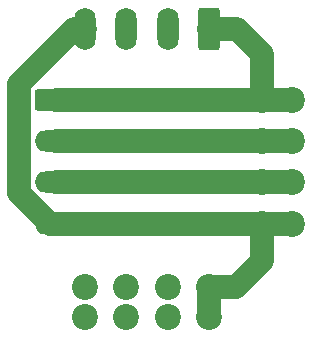
<source format=gbr>
%TF.GenerationSoftware,KiCad,Pcbnew,8.0.2*%
%TF.CreationDate,2024-10-12T15:44:43+02:00*%
%TF.ProjectId,splitX_decoder,73706c69-7458-45f6-9465-636f6465722e,rev?*%
%TF.SameCoordinates,Original*%
%TF.FileFunction,Copper,L1,Top*%
%TF.FilePolarity,Positive*%
%FSLAX46Y46*%
G04 Gerber Fmt 4.6, Leading zero omitted, Abs format (unit mm)*
G04 Created by KiCad (PCBNEW 8.0.2) date 2024-10-12 15:44:43*
%MOMM*%
%LPD*%
G01*
G04 APERTURE LIST*
G04 Aperture macros list*
%AMRoundRect*
0 Rectangle with rounded corners*
0 $1 Rounding radius*
0 $2 $3 $4 $5 $6 $7 $8 $9 X,Y pos of 4 corners*
0 Add a 4 corners polygon primitive as box body*
4,1,4,$2,$3,$4,$5,$6,$7,$8,$9,$2,$3,0*
0 Add four circle primitives for the rounded corners*
1,1,$1+$1,$2,$3*
1,1,$1+$1,$4,$5*
1,1,$1+$1,$6,$7*
1,1,$1+$1,$8,$9*
0 Add four rect primitives between the rounded corners*
20,1,$1+$1,$2,$3,$4,$5,0*
20,1,$1+$1,$4,$5,$6,$7,0*
20,1,$1+$1,$6,$7,$8,$9,0*
20,1,$1+$1,$8,$9,$2,$3,0*%
G04 Aperture macros list end*
%TA.AperFunction,ComponentPad*%
%ADD10RoundRect,0.250000X-1.550000X0.650000X-1.550000X-0.650000X1.550000X-0.650000X1.550000X0.650000X0*%
%TD*%
%TA.AperFunction,ComponentPad*%
%ADD11O,3.600000X1.800000*%
%TD*%
%TA.AperFunction,ComponentPad*%
%ADD12C,2.200000*%
%TD*%
%TA.AperFunction,ComponentPad*%
%ADD13RoundRect,0.250000X0.650000X1.550000X-0.650000X1.550000X-0.650000X-1.550000X0.650000X-1.550000X0*%
%TD*%
%TA.AperFunction,ComponentPad*%
%ADD14O,1.800000X3.600000*%
%TD*%
%TA.AperFunction,ViaPad*%
%ADD15C,0.800000*%
%TD*%
%TA.AperFunction,Conductor*%
%ADD16C,2.000000*%
%TD*%
G04 APERTURE END LIST*
D10*
%TO.P,J101,1,Pin_1*%
%TO.N,Net-(J101-Pin_1)*%
X157000000Y-114500000D03*
D11*
%TO.P,J101,2,Pin_2*%
%TO.N,Net-(J101-Pin_2)*%
X157000000Y-118000000D03*
%TO.P,J101,3,Pin_3*%
%TO.N,Net-(J101-Pin_3)*%
X157000000Y-121500000D03*
%TO.P,J101,4,Pin_4*%
%TO.N,Net-(J101-Pin_4)*%
X157000000Y-125000000D03*
%TD*%
D12*
%TO.P,J103,1,Pin_1*%
%TO.N,Net-(J101-Pin_1)*%
X159500000Y-130400000D03*
X159500000Y-132900000D03*
%TO.P,J103,2,Pin_2*%
%TO.N,Net-(J101-Pin_2)*%
X163000000Y-130400000D03*
X163000000Y-132900000D03*
%TO.P,J103,3,Pin_3*%
%TO.N,Net-(J101-Pin_3)*%
X166500000Y-130400000D03*
X166500000Y-132900000D03*
%TO.P,J103,4,Pin_4*%
%TO.N,Net-(J101-Pin_4)*%
X170000000Y-130400000D03*
X170000000Y-132900000D03*
%TD*%
%TO.P,J104,1,Pin_1*%
%TO.N,Net-(J101-Pin_4)*%
X174500000Y-125000000D03*
X177000000Y-125000000D03*
%TO.P,J104,2,Pin_2*%
%TO.N,Net-(J101-Pin_3)*%
X174500000Y-121500000D03*
X177000000Y-121500000D03*
%TO.P,J104,3,Pin_3*%
%TO.N,Net-(J101-Pin_2)*%
X174500000Y-118000000D03*
X177000000Y-118000000D03*
%TO.P,J104,4,Pin_4*%
%TO.N,Net-(J101-Pin_1)*%
X174500000Y-114500000D03*
X177000000Y-114500000D03*
%TD*%
D13*
%TO.P,J102,1,Pin_1*%
%TO.N,Net-(J101-Pin_1)*%
X170000000Y-108500000D03*
D14*
%TO.P,J102,2,Pin_2*%
%TO.N,Net-(J101-Pin_2)*%
X166500000Y-108500000D03*
%TO.P,J102,3,Pin_3*%
%TO.N,Net-(J101-Pin_3)*%
X163000000Y-108500000D03*
%TO.P,J102,4,Pin_4*%
%TO.N,Net-(J101-Pin_4)*%
X159500000Y-108500000D03*
%TD*%
D15*
%TO.N,Net-(J101-Pin_3)*%
X165907000Y-122050000D03*
X167050000Y-120907000D03*
X165907000Y-120907000D03*
X167050000Y-122050000D03*
%TO.N,Net-(J101-Pin_2)*%
X163700000Y-118550000D03*
X163700000Y-117400000D03*
X162500000Y-117400000D03*
X162500000Y-118550000D03*
X169750000Y-117400000D03*
X168550000Y-117400000D03*
X168550000Y-118550000D03*
X169750000Y-118550000D03*
%TD*%
D16*
%TO.N,Net-(J101-Pin_4)*%
X153924000Y-113176000D02*
X153924000Y-122428000D01*
X153924000Y-122428000D02*
X156496000Y-125000000D01*
X170000000Y-132900000D02*
X170000000Y-130400000D01*
X172241000Y-130400000D02*
X174500000Y-128141000D01*
X170000000Y-130400000D02*
X172241000Y-130400000D01*
X177000000Y-125000000D02*
X157000000Y-125000000D01*
X159500000Y-108500000D02*
X158600000Y-108500000D01*
X174500000Y-128141000D02*
X174500000Y-125000000D01*
X156496000Y-125000000D02*
X157000000Y-125000000D01*
X158600000Y-108500000D02*
X153924000Y-113176000D01*
%TO.N,Net-(J101-Pin_1)*%
X174500000Y-110619000D02*
X172381000Y-108500000D01*
X174500000Y-114500000D02*
X174500000Y-110619000D01*
X157000000Y-114500000D02*
X177000000Y-114500000D01*
X172381000Y-108500000D02*
X170000000Y-108500000D01*
%TO.N,Net-(J101-Pin_3)*%
X157000000Y-121500000D02*
X177000000Y-121500000D01*
%TO.N,Net-(J101-Pin_2)*%
X163068000Y-118000000D02*
X157000000Y-118000000D01*
X177000000Y-118000000D02*
X163068000Y-118000000D01*
%TD*%
M02*

</source>
